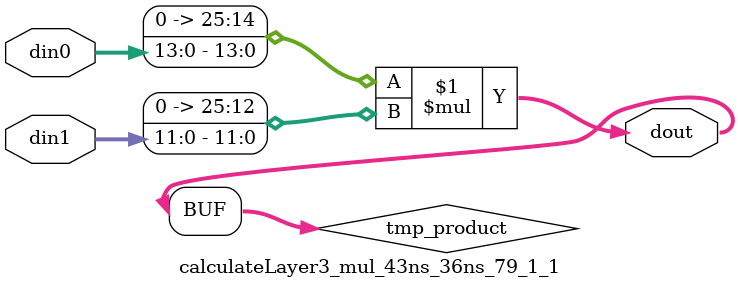
<source format=v>

`timescale 1 ns / 1 ps

  module calculateLayer3_mul_43ns_36ns_79_1_1(din0, din1, dout);
parameter ID = 1;
parameter NUM_STAGE = 0;
parameter din0_WIDTH = 14;
parameter din1_WIDTH = 12;
parameter dout_WIDTH = 26;

input [din0_WIDTH - 1 : 0] din0; 
input [din1_WIDTH - 1 : 0] din1; 
output [dout_WIDTH - 1 : 0] dout;

wire signed [dout_WIDTH - 1 : 0] tmp_product;










assign tmp_product = $signed({1'b0, din0}) * $signed({1'b0, din1});











assign dout = tmp_product;







endmodule

</source>
